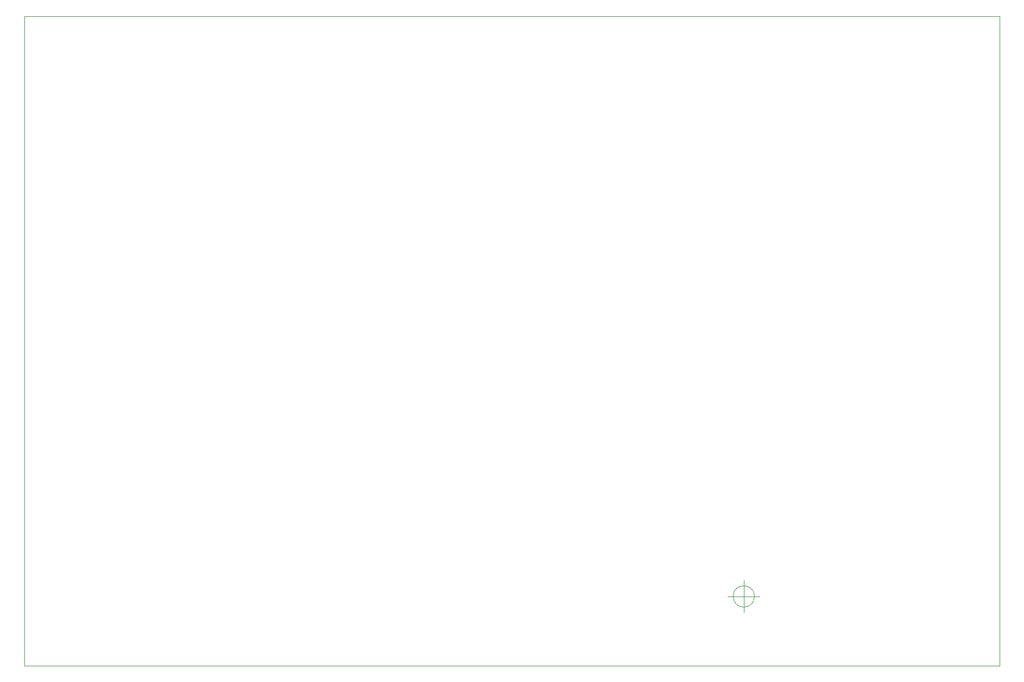
<source format=gbr>
%TF.GenerationSoftware,KiCad,Pcbnew,(5.1.6)-1*%
%TF.CreationDate,2020-07-21T06:39:55-07:00*%
%TF.ProjectId,BPEM488THD,4250454d-3438-4385-9448-442e6b696361,rev?*%
%TF.SameCoordinates,Original*%
%TF.FileFunction,Profile,NP*%
%FSLAX46Y46*%
G04 Gerber Fmt 4.6, Leading zero omitted, Abs format (unit mm)*
G04 Created by KiCad (PCBNEW (5.1.6)-1) date 2020-07-21 06:39:55*
%MOMM*%
%LPD*%
G01*
G04 APERTURE LIST*
%TA.AperFunction,Profile*%
%ADD10C,0.050000*%
%TD*%
G04 APERTURE END LIST*
D10*
X177561666Y-141579600D02*
G75*
G03*
X177561666Y-141579600I-1666666J0D01*
G01*
X173395000Y-141579600D02*
X178395000Y-141579600D01*
X175895000Y-139079600D02*
X175895000Y-144079600D01*
X63500000Y-152400000D02*
X63500000Y-50800000D01*
X215900000Y-152400000D02*
X63500000Y-152400000D01*
X215900000Y-50800000D02*
X215900000Y-152400000D01*
X63500000Y-50800000D02*
X215900000Y-50800000D01*
M02*

</source>
